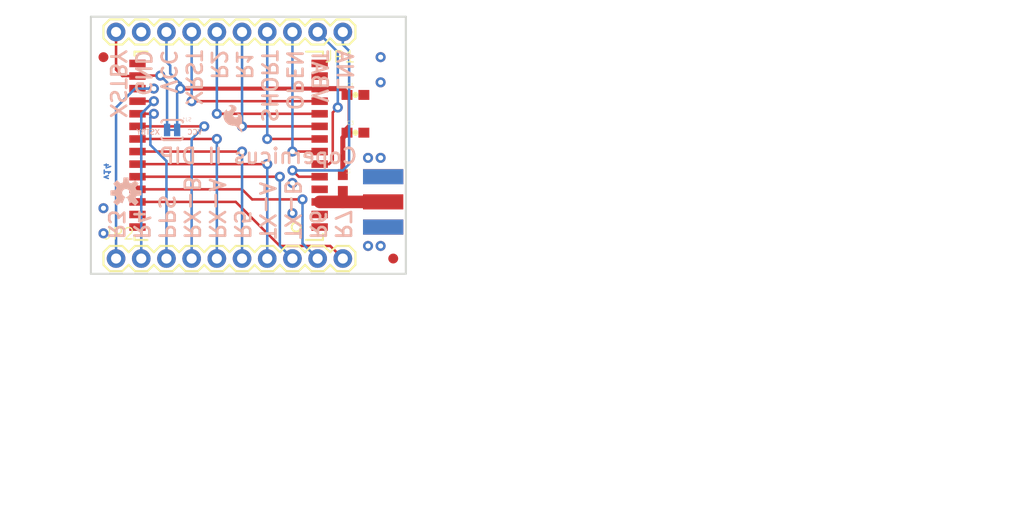
<source format=kicad_pcb>
(kicad_pcb (version 20211014) (generator pcbnew)
  (layers (0 "F.Cu" signal) (31 "B.Cu" signal) (34 "B.Paste" user) (35 "F.Paste" user) (36 "B.SilkS" user "B.Silkscreen") (37 "F.SilkS" user "F.Silkscreen") (38 "B.Mask" user) (39 "F.Mask" user) (44 "Edge.Cuts" user))
  (net 0 "")
  (net 1 "GND")
  (net 2 "VCC")
  (net 3 "RFIN")
  (net 4 "LNA")
  (net 5 "VBAT")
  (net 6 "OPEN")
  (net 7 "SHORT")
  (net 8 "R1")
  (net 9 "R2")
  (net 10 "R7")
  (net 11 "R6")
  (net 12 "TX-B")
  (net 13 "TX-A")
  (net 14 "R5")
  (net 15 "RX-A")
  (net 16 "RX-B")
  (net 17 "PPS")
  (net 18 "R4")
  (net 19 "R3")
  (net 20 "XSTBY")
  (net 21 "XRST")
  (footprint "boardEagle:FIDUCIAL-1X2" (layer "F.Cu") (at 163.1061 116.4336)
    (fp_text reference "U$3" hide)
    (fp_text value "FIDUCIAL1X2" hide)
    (pad "1" smd roundrect (at 0 0) (size 1 1) (layers "F.Cu" "F.Mask") (roundrect_rratio 0.5))
  )
  (footprint "boardEagle:FIDUCIAL-1X2" (layer "F.Cu") (at 133.8961 96.1136)
    (fp_text reference "U$2" hide)
    (fp_text value "FIDUCIAL1X2" hide)
    (pad "1" smd roundrect (at 0 0) (size 1 1) (layers "F.Cu" "F.Mask") (roundrect_rratio 0.5))
  )
  (footprint "boardEagle:0603-CAP" (layer "F.Cu") (at 159.2961 99.9236)
    (fp_text reference "C1" (at -0.889 -0.762) (layer "F.SilkS") (effects (font (size 0.373888 0.373888) (thickness 0.032512)) (justify left bottom)))
    (fp_text value "0.1uF")
    (fp_line (start 0 -0.0305) (end 0 0.0305) (layer "F.SilkS") (width 0.5588))
    (pad "1" smd rect (at -0.85 0) (size 1.1 1) (layers "F.Cu" "F.Paste" "F.Mask") (net 2 "VCC"))
    (pad "2" smd rect (at 0.85 0) (size 1.1 1) (layers "F.Cu" "F.Paste" "F.Mask") (net 1 "GND"))
  )
  (footprint "boardEagle:0603-CAP" (layer "F.Cu") (at 159.2961 103.7336)
    (fp_text reference "C3" (at -0.889 -0.762) (layer "F.SilkS") (effects (font (size 0.373888 0.373888) (thickness 0.032512)) (justify left bottom)))
    (fp_text value "22pF")
    (fp_line (start 0 -0.0305) (end 0 0.0305) (layer "F.SilkS") (width 0.5588))
    (pad "1" smd rect (at -0.85 0) (size 1.1 1) (layers "F.Cu" "F.Paste" "F.Mask") (net 2 "VCC"))
    (pad "2" smd rect (at 0.85 0) (size 1.1 1) (layers "F.Cu" "F.Paste" "F.Mask") (net 1 "GND"))
  )
  (footprint "boardEagle:1X10" (layer "F.Cu") (at 158.0261 93.5736 180)
    (fp_text reference "JP1" (at -1.3462 -1.8288 180) (layer "F.SilkS") (effects (font (size 1.143 1.143) (thickness 0.127)) (justify right top)))
    (fp_text value "")
    (fp_line (start 3.81 0.635) (end 3.175 1.27) (layer "F.SilkS") (width 0.2032))
    (fp_line (start 21.59 0.635) (end 20.955 1.27) (layer "F.SilkS") (width 0.2032))
    (fp_line (start 1.27 -0.635) (end 1.905 -1.27) (layer "F.SilkS") (width 0.2032))
    (fp_line (start 24.13 0.635) (end 23.495 1.27) (layer "F.SilkS") (width 0.2032))
    (fp_line (start 0.635 -1.27) (end 1.27 -0.635) (layer "F.SilkS") (width 0.2032))
    (fp_line (start 1.905 1.27) (end 1.27 0.635) (layer "F.SilkS") (width 0.2032))
    (fp_line (start 3.175 1.27) (end 1.905 1.27) (layer "F.SilkS") (width 0.2032))
    (fp_line (start 11.43 0.635) (end 10.795 1.27) (layer "F.SilkS") (width 0.2032))
    (fp_line (start 19.05 0.635) (end 18.415 1.27) (layer "F.SilkS") (width 0.2032))
    (fp_line (start 1.27 0.635) (end 0.635 1.27) (layer "F.SilkS") (width 0.2032))
    (fp_line (start 13.335 1.27) (end 12.065 1.27) (layer "F.SilkS") (width 0.2032))
    (fp_line (start 3.81 -0.635) (end 4.445 -1.27) (layer "F.SilkS") (width 0.2032))
    (fp_line (start 20.955 1.27) (end 19.685 1.27) (layer "F.SilkS") (width 0.2032))
    (fp_line (start 8.255 -1.27) (end 8.89 -0.635) (layer "F.SilkS") (width 0.2032))
    (fp_line (start 17.145 -1.27) (end 18.415 -1.27) (layer "F.SilkS") (width 0.2032))
    (fp_line (start -1.27 -0.635) (end -1.27 0.635) (layer "F.SilkS") (width 0.2032))
    (fp_line (start 9.525 -1.27) (end 10.795 -1.27) (layer "F.SilkS") (width 0.2032))
    (fp_line (start 8.89 0.635) (end 8.255 1.27) (layer "F.SilkS") (width 0.2032))
    (fp_line (start 10.795 -1.27) (end 11.43 -0.635) (layer "F.SilkS") (width 0.2032))
    (fp_line (start 19.685 -1.27) (end 19.05 -0.635) (layer "F.SilkS") (width 0.2032))
    (fp_line (start 24.13 -0.635) (end 24.13 0.635) (layer "F.SilkS") (width 0.2032))
    (fp_line (start 21.59 0.635) (end 22.225 1.27) (layer "F.SilkS") (width 0.2032))
    (fp_line (start 0.635 1.27) (end -0.635 1.27) (layer "F.SilkS") (width 0.2032))
    (fp_line (start 8.255 1.27) (end 6.985 1.27) (layer "F.SilkS") (width 0.2032))
    (fp_line (start 9.525 1.27) (end 8.89 0.635) (layer "F.SilkS") (width 0.2032))
    (fp_line (start 12.065 -1.27) (end 13.335 -1.27) (layer "F.SilkS") (width 0.2032))
    (fp_line (start 22.225 -1.27) (end 23.495 -1.27) (layer "F.SilkS") (width 0.2032))
    (fp_line (start -0.635 -1.27) (end -1.27 -0.635) (layer "F.SilkS") (width 0.2032))
    (fp_line (start 19.05 0.635) (end 19.685 1.27) (layer "F.SilkS") (width 0.2032))
    (fp_line (start 5.715 -1.27) (end 6.35 -0.635) (layer "F.SilkS") (width 0.2032))
    (fp_line (start 4.445 1.27) (end 3.81 0.635) (layer "F.SilkS") (width 0.2032))
    (fp_line (start 23.495 -1.27) (end 24.13 -0.635) (layer "F.SilkS") (width 0.2032))
    (fp_line (start 13.335 -1.27) (end 13.97 -0.635) (layer "F.SilkS") (width 0.2032))
    (fp_line (start 14.605 -1.27) (end 15.875 -1.27) (layer "F.SilkS") (width 0.2032))
    (fp_line (start 23.495 1.27) (end 22.225 1.27) (layer "F.SilkS") (width 0.2032))
    (fp_line (start 4.445 -1.27) (end 5.715 -1.27) (layer "F.SilkS") (width 0.2032))
    (fp_line (start 10.795 1.27) (end 9.525 1.27) (layer "F.SilkS") (width 0.2032))
    (fp_line (start 15.875 -1.27) (end 16.51 -0.635) (layer "F.SilkS") (width 0.2032))
    (fp_line (start 18.415 1.27) (end 17.145 1.27) (layer "F.SilkS") (width 0.2032))
    (fp_line (start 13.97 0.635) (end 14.605 1.27) (layer "F.SilkS") (width 0.2032))
    (fp_line (start 12.065 1.27) (end 11.43 0.635) (layer "F.SilkS") (width 0.2032))
    (fp_line (start 20.955 -1.27) (end 21.59 -0.635) (layer "F.SilkS") (width 0.2032))
    (fp_line (start -0.635 -1.27) (end 0.635 -1.27) (layer "F.SilkS") (width 0.2032))
    (fp_line (start 6.985 -1.27) (end 8.255 -1.27) (layer "F.SilkS") (width 0.2032))
    (fp_line (start 22.225 -1.27) (end 21.59 -0.635) (layer "F.SilkS") (width 0.2032))
    (fp_line (start 11.43 -0.635) (end 12.065 -1.27) (layer "F.SilkS") (width 0.2032))
    (fp_line (start 16.51 0.635) (end 15.875 1.27) (layer "F.SilkS") (width 0.2032))
    (fp_line (start 6.35 0.635) (end 5.715 1.27) (layer "F.SilkS") (width 0.2032))
    (fp_line (start 17.145 -1.27) (end 16.51 -0.635) (layer "F.SilkS") (width 0.2032))
    (fp_line (start -1.27 0.635) (end -0.635 1.27) (layer "F.SilkS") (width 0.2032))
    (fp_line (start 8.89 -0.635) (end 9.525 -1.27) (layer "F.SilkS") (width 0.2032))
    (fp_line (start 15.875 1.27) (end 14.605 1.27) (layer "F.SilkS") (width 0.2032))
    (fp_line (start 14.605 -1.27) (end 13.97 -0.635) (layer "F.SilkS") (width 0.2032))
    (fp_line (start 19.685 -1.27) (end 20.955 -1.27) (layer "F.SilkS") (width 0.2032))
    (fp_line (start 16.51 0.635) (end 17.145 1.27) (layer "F.SilkS") (width 0.2032))
    (fp_line (start 18.415 -1.27) (end 19.05 -0.635) (layer "F.SilkS") (width 0.2032))
    (fp_line (start 1.905 -1.27) (end 3.175 -1.27) (layer "F.SilkS") (width 0.2032))
    (fp_line (start 3.175 -1.27) (end 3.81 -0.635) (layer "F.SilkS") (width 0.2032))
    (fp_line (start 13.97 0.635) (end 13.335 1.27) (layer "F.SilkS") (width 0.2032))
    (fp_line (start 6.985 -1.27) (end 6.35 -0.635) (layer "F.SilkS") (width 0.2032))
    (fp_line (start 5.715 1.27) (end 4.445 1.27) (layer "F.SilkS") (width 0.2032))
    (fp_line (start 6.35 0.635) (end 6.985 1.27) (layer "F.SilkS") (width 0.2032))
    (pad "1" thru_hole circle (at 0 0 270) (size 1.8796 1.8796) (drill 1.016) (layers *.Cu *.Mask) (net 4 "LNA"))
    (pad "2" thru_hole circle (at 2.54 0 270) (size 1.8796 1.8796) (drill 1.016) (layers *.Cu *.Mask) (net 5 "VBAT"))
    (pad "3" thru_hole circle (at 5.08 0 270) (size 1.8796 1.8796) (drill 1.016) (layers *.Cu *.Mask) (net 6 "OPEN"))
    (pad "4" thru_hole circle (at 7.62 0 270) (size 1.8796 1.8796) (drill 1.016) (layers *.Cu *.Mask) (net 7 "SHORT"))
    (pad "5" thru_hole circle (at 10.16 0 270) (size 1.8796 1.8796) (drill 1.016) (layers *.Cu *.Mask) (net 8 "R1"))
    (pad "6" thru_hole circle (at 12.7 0 270) (size 1.8796 1.8796) (drill 1.016) (layers *.Cu *.Mask) (net 9 "R2"))
    (pad "7" thru_hole circle (at 15.24 0 270) (size 1.8796 1.8796) (drill 1.016) (layers *.Cu *.Mask) (net 21 "XRST"))
    (pad "8" thru_hole circle (at 17.78 0 270) (size 1.8796 1.8796) (drill 1.016) (layers *.Cu *.Mask) (net 2 "VCC"))
    (pad "9" thru_hole circle (at 20.32 0 270) (size 1.8796 1.8796) (drill 1.016) (layers *.Cu *.Mask) (net 1 "GND"))
    (pad "10" thru_hole circle (at 22.86 0 270) (size 1.8796 1.8796) (drill 1.016) (layers *.Cu *.Mask) (net 20 "XSTBY"))
  )
  (footprint "boardEagle:CREATIVE_COMMONS" (layer "F.Cu") (at 143.7861 140.8336)
    (fp_text reference "FRAME1" hide)
    (fp_text value "FRAME-LETTER" hide)
  )
  (footprint "boardEagle:SMA_EDGE" (layer "F.Cu") (at 162.0901 108.1786 -90)
    (fp_text reference "JP3" hide)
    (fp_text value "SMA_EDGE" hide)
    (pad "GND@0" smd rect (at 0 0 270) (size 1.524 4.064) (layers "F.Cu" "F.Mask") (net 1 "GND"))
    (pad "GND@1" smd rect (at 5.08 0 270) (size 1.524 4.064) (layers "F.Cu" "F.Mask") (net 1 "GND"))
    (pad "GND@2" smd rect (at 0 0 270) (size 1.524 4.064) (layers "B.Cu" "B.Paste" "B.Mask") (net 1 "GND"))
    (pad "GND@3" smd rect (at 5.08 0 270) (size 1.524 4.064) (layers "B.Cu" "B.Paste" "B.Mask") (net 1 "GND"))
    (pad "SIG" smd rect (at 2.54 0 270) (size 1.524 4.064) (layers "F.Cu" "F.Mask") (net 3 "RFIN"))
  )
  (footprint "boardEagle:1X10" (layer "F.Cu") (at 135.1661 116.4336)
    (fp_text reference "JP2" (at -1.3462 -1.8288) (layer "F.SilkS") (effects (font (size 1.143 1.143) (thickness 0.127)) (justify left bottom)))
    (fp_text value "")
    (fp_line (start 21.59 0.635) (end 20.955 1.27) (layer "F.SilkS") (width 0.2032))
    (fp_line (start 1.27 0.635) (end 0.635 1.27) (layer "F.SilkS") (width 0.2032))
    (fp_line (start 6.35 0.635) (end 5.715 1.27) (layer "F.SilkS") (width 0.2032))
    (fp_line (start 0.635 1.27) (end -0.635 1.27) (layer "F.SilkS") (width 0.2032))
    (fp_line (start 11.43 -0.635) (end 12.065 -1.27) (layer "F.SilkS") (width 0.2032))
    (fp_line (start 1.905 1.27) (end 1.27 0.635) (layer "F.SilkS") (width 0.2032))
    (fp_line (start 19.05 0.635) (end 19.685 1.27) (layer "F.SilkS") (width 0.2032))
    (fp_line (start 1.27 -0.635) (end 1.905 -1.27) (layer "F.SilkS") (width 0.2032))
    (fp_line (start 13.335 1.27) (end 12.065 1.27) (layer "F.SilkS") (width 0.2032))
    (fp_line (start 14.605 -1.27) (end 13.97 -0.635) (layer "F.SilkS") (width 0.2032))
    (fp_line (start 12.065 1.27) (end 11.43 0.635) (layer "F.SilkS") (width 0.2032))
    (fp_line (start 13.97 0.635) (end 13.335 1.27) (layer "F.SilkS") (width 0.2032))
    (fp_line (start 17.145 -1.27) (end 18.415 -1.27) (layer "F.SilkS") (width 0.2032))
    (fp_line (start 1.905 -1.27) (end 3.175 -1.27) (layer "F.SilkS") (width 0.2032))
    (fp_line (start 3.175 1.27) (end 1.905 1.27) (layer "F.SilkS") (width 0.2032))
    (fp_line (start 12.065 -1.27) (end 13.335 -1.27) (layer "F.SilkS") (width 0.2032))
    (fp_line (start 15.875 1.27) (end 14.605 1.27) (layer "F.SilkS") (width 0.2032))
    (fp_line (start 19.685 -1.27) (end 20.955 -1.27) (layer "F.SilkS") (width 0.2032))
    (fp_line (start 13.97 0.635) (end 14.605 1.27) (layer "F.SilkS") (width 0.2032))
    (fp_line (start 3.81 -0.635) (end 4.445 -1.27) (layer "F.SilkS") (width 0.2032))
    (fp_line (start 22.225 -1.27) (end 23.495 -1.27) (layer "F.SilkS") (width 0.2032))
    (fp_line (start 13.335 -1.27) (end 13.97 -0.635) (layer "F.SilkS") (width 0.2032))
    (fp_line (start 16.51 0.635) (end 17.145 1.27) (layer "F.SilkS") (width 0.2032))
    (fp_line (start 9.525 1.27) (end 8.89 0.635) (layer "F.SilkS") (width 0.2032))
    (fp_line (start 23.495 1.27) (end 22.225 1.27) (layer "F.SilkS") (width 0.2032))
    (fp_line (start 3.175 -1.27) (end 3.81 -0.635) (layer "F.SilkS") (width 0.2032))
    (fp_line (start 10.795 1.27) (end 9.525 1.27) (layer "F.SilkS") (width 0.2032))
    (fp_line (start 8.89 0.635) (end 8.255 1.27) (layer "F.SilkS") (width 0.2032))
    (fp_line (start 22.225 -1.27) (end 21.59 -0.635) (layer "F.SilkS") (width 0.2032))
    (fp_line (start 18.415 -1.27) (end 19.05 -0.635) (layer "F.SilkS") (width 0.2032))
    (fp_line (start 23.495 -1.27) (end 24.13 -0.635) (layer "F.SilkS") (width 0.2032))
    (fp_line (start 9.525 -1.27) (end 10.795 -1.27) (layer "F.SilkS") (width 0.2032))
    (fp_line (start 4.445 1.27) (end 3.81 0.635) (layer "F.SilkS") (width 0.2032))
    (fp_line (start 5.715 1.27) (end 4.445 1.27) (layer "F.SilkS") (width 0.2032))
    (fp_line (start 19.685 -1.27) (end 19.05 -0.635) (layer "F.SilkS") (width 0.2032))
    (fp_line (start 5.715 -1.27) (end 6.35 -0.635) (layer "F.SilkS") (width 0.2032))
    (fp_line (start 8.255 -1.27) (end 8.89 -0.635) (layer "F.SilkS") (width 0.2032))
    (fp_line (start 11.43 0.635) (end 10.795 1.27) (layer "F.SilkS") (width 0.2032))
    (fp_line (start 17.145 -1.27) (end 16.51 -0.635) (layer "F.SilkS") (width 0.2032))
    (fp_line (start 19.05 0.635) (end 18.415 1.27) (layer "F.SilkS") (width 0.2032))
    (fp_line (start 8.89 -0.635) (end 9.525 -1.27) (layer "F.SilkS") (width 0.2032))
    (fp_line (start 24.13 -0.635) (end 24.13 0.635) (layer "F.SilkS") (width 0.2032))
    (fp_line (start -1.27 0.635) (end -0.635 1.27) (layer "F.SilkS") (width 0.2032))
    (fp_line (start 4.445 -1.27) (end 5.715 -1.27) (layer "F.SilkS") (width 0.2032))
    (fp_line (start 20.955 1.27) (end 19.685 1.27) (layer "F.SilkS") (width 0.2032))
    (fp_line (start 3.81 0.635) (end 3.175 1.27) (layer "F.SilkS") (width 0.2032))
    (fp_line (start -0.635 -1.27) (end 0.635 -1.27) (layer "F.SilkS") (width 0.2032))
    (fp_line (start -0.635 -1.27) (end -1.27 -0.635) (layer "F.SilkS") (width 0.2032))
    (fp_line (start 0.635 -1.27) (end 1.27 -0.635) (layer "F.SilkS") (width 0.2032))
    (fp_line (start -1.27 -0.635) (end -1.27 0.635) (layer "F.SilkS") (width 0.2032))
    (fp_line (start 15.875 -1.27) (end 16.51 -0.635) (layer "F.SilkS") (width 0.2032))
    (fp_line (start 24.13 0.635) (end 23.495 1.27) (layer "F.SilkS") (width 0.2032))
    (fp_line (start 10.795 -1.27) (end 11.43 -0.635) (layer "F.SilkS") (width 0.2032))
    (fp_line (start 6.985 -1.27) (end 6.35 -0.635) (layer "F.SilkS") (width 0.2032))
    (fp_line (start 14.605 -1.27) (end 15.875 -1.27) (layer "F.SilkS") (width 0.2032))
    (fp_line (start 21.59 0.635) (end 22.225 1.27) (layer "F.SilkS") (width 0.2032))
    (fp_line (start 18.415 1.27) (end 17.145 1.27) (layer "F.SilkS") (width 0.2032))
    (fp_line (start 6.985 -1.27) (end 8.255 -1.27) (layer "F.SilkS") (width 0.2032))
    (fp_line (start 16.51 0.635) (end 15.875 1.27) (layer "F.SilkS") (width 0.2032))
    (fp_line (start 6.35 0.635) (end 6.985 1.27) (layer "F.SilkS") (width 0.2032))
    (fp_line (start 8.255 1.27) (end 6.985 1.27) (layer "F.SilkS") (width 0.2032))
    (fp_line (start 20.955 -1.27) (end 21.59 -0.635) (layer "F.SilkS") (width 0.2032))
    (pad "1" thru_hole circle (at 0 0 90) (size 1.8796 1.8796) (drill 1.016) (layers *.Cu *.Mask) (net 19 "R3"))
    (pad "2" thru_hole circle (at 2.54 0 90) (size 1.8796 1.8796) (drill 1.016) (layers *.Cu *.Mask) (net 18 "R4"))
    (pad "3" thru_hole circle (at 5.08 0 90) (size 1.8796 1.8796) (drill 1.016) (layers *.Cu *.Mask) (net 17 "PPS"))
    (pad "4" thru_hole circle (at 7.62 0 90) (size 1.8796 1.8796) (drill 1.016) (layers *.Cu *.Mask) (net 16 "RX-B"))
    (pad "5" thru_hole circle (at 10.16 0 90) (size 1.8796 1.8796) (drill 1.016) (layers *.Cu *.Mask) (net 15 "RX-A"))
    (pad "6" thru_hole circle (at 12.7 0 90) (size 1.8796 1.8796) (drill 1.016) (layers *.Cu *.Mask) (net 14 "R5"))
    (pad "7" thru_hole circle (at 15.24 0 90) (size 1.8796 1.8796) (drill 1.016) (layers *.Cu *.Mask) (net 13 "TX-A"))
    (pad "8" thru_hole circle (at 17.78 0 90) (size 1.8796 1.8796) (drill 1.016) (layers *.Cu *.Mask) (net 12 "TX-B"))
    (pad "9" thru_hole circle (at 20.32 0 90) (size 1.8796 1.8796) (drill 1.016) (layers *.Cu *.Mask) (net 11 "R6"))
    (pad "10" thru_hole circle (at 22.86 0 90) (size 1.8796 1.8796) (drill 1.016) (layers *.Cu *.Mask) (net 10 "R7"))
  )
  (footprint "boardEagle:0603" (layer "F.Cu") (at 158.0261 108.8136 -90)
    (fp_text reference "L1" (at -0.889 -0.762 -90) (layer "F.SilkS") (effects (font (size 0.373888 0.373888) (thickness 0.032512)) (justify left bottom)))
    (fp_text value "33nH")
    (pad "1" smd rect (at -0.85 0 270) (size 1.1 1) (layers "F.Cu" "F.Paste" "F.Mask") (net 2 "VCC"))
    (pad "2" smd rect (at 0.85 0 270) (size 1.1 1) (layers "F.Cu" "F.Paste" "F.Mask") (net 3 "RFIN"))
  )
  (footprint "boardEagle:COPERNICUS" (layer "F.Cu") (at 137.3251 113.2586 90)
    (fp_text reference "U1" hide)
    (fp_text value "COPERNICUS" hide)
    (fp_line (start 17.7 18.7) (end 17.7 17) (layer "F.SilkS") (width 0.2032))
    (fp_line (start -1.3 -0.3) (end -1.3 1) (layer "F.SilkS") (width 0.2032))
    (fp_line (start 17.7 -0.3) (end 17.3 -0.3) (layer "F.SilkS") (width 0.2032))
    (fp_line (start -1.3 18.7) (end -0.7 18.7) (layer "F.SilkS") (width 0.2032))
    (fp_line (start -0.8 -0.3) (end -1.3 -0.3) (layer "F.SilkS") (width 0.2032))
    (fp_line (start -1.3 17) (end -1.3 18.7) (layer "F.SilkS") (width 0.2032))
    (fp_line (start 17.3 18.7) (end 17.7 18.7) (layer "F.SilkS") (width 0.2032))
    (fp_line (start 17.7 1) (end 17.7 -0.3) (layer "F.SilkS") (width 0.2032))
    (fp_circle (center 0 16) (end 0.457 16) (layer "F.SilkS") (width 0.2032) (fill none))
    (pad "1" smd rect (at 0 18.3642 270) (size 0.762 1.651) (layers "F.Cu" "F.Mask") (net 1 "GND"))
    (pad "2" smd rect (at 1.27 18.3642 270) (size 0.762 1.651) (layers "F.Cu" "F.Mask") (net 1 "GND"))
    (pad "3" smd rect (at 2.54 18.3642 270) (size 0.762 1.651) (layers "F.Cu" "F.Mask") (net 3 "RFIN"))
    (pad "4" smd rect (at 3.81 18.3642 270) (size 0.762 1.651) (layers "F.Cu" "F.Mask") (net 1 "GND"))
    (pad "5" smd rect (at 5.08 18.3642 270) (size 0.762 1.651) (layers "F.Cu" "F.Mask") (net 4 "LNA"))
    (pad "6" smd rect (at 6.35 18.3642 270) (size 0.762 1.651) (layers "F.Cu" "F.Mask") (net 5 "VBAT"))
    (pad "7" smd rect (at 7.62 18.3642 270) (size 0.762 1.651) (layers "F.Cu" "F.Mask") (net 6 "OPEN"))
    (pad "8" smd rect (at 8.89 18.3642 270) (size 0.762 1.651) (layers "F.Cu" "F.Mask") (net 7 "SHORT"))
    (pad "9" smd rect (at 10.16 18.3642 270) (size 0.762 1.651) (layers "F.Cu" "F.Mask") (net 8 "R1"))
    (pad "10" smd rect (at 11.43 18.3642 270) (size 0.762 1.651) (layers "F.Cu" "F.Mask") (net 9 "R2"))
    (pad "11" smd rect (at 12.7 18.3642 270) (size 0.762 1.651) (layers "F.Cu" "F.Mask") (net 21 "XRST"))
    (pad "12" smd rect (at 13.97 18.3642 270) (size 0.762 1.651) (layers "F.Cu" "F.Mask") (net 2 "VCC"))
    (pad "13" smd rect (at 15.24 18.3642 270) (size 0.762 1.651) (layers "F.Cu" "F.Mask") (net 1 "GND"))
    (pad "14" smd rect (at 16.51 18.3642 270) (size 0.762 1.651) (layers "F.Cu" "F.Mask") (net 1 "GND"))
    (pad "15" smd rect (at 16.51 0 270) (size 0.762 1.651) (layers "F.Cu" "F.Mask") (net 1 "GND"))
    (pad "16" smd rect (at 15.24 0 270) (size 0.762 1.651) (layers "F.Cu" "F.Mask") (net 20 "XSTBY"))
    (pad "17" smd rect (at 13.97 0 270) (size 0.762 1.651) (layers "F.Cu" "F.Mask") (net 19 "R3"))
    (pad "18" smd rect (at 12.7 0 270) (size 0.762 1.651) (layers "F.Cu" "F.Mask") (net 18 "R4"))
    (pad "19" smd rect (at 11.43 0 270) (size 0.762 1.651) (layers "F.Cu" "F.Mask") (net 17 "PPS"))
    (pad "20" smd rect (at 10.16 0 270) (size 0.762 1.651) (layers "F.Cu" "F.Mask") (net 16 "RX-B"))
    (pad "21" smd rect (at 8.89 0 270) (size 0.762 1.651) (layers "F.Cu" "F.Mask") (net 15 "RX-A"))
    (pad "22" smd rect (at 7.62 0 270) (size 0.762 1.651) (layers "F.Cu" "F.Mask") (net 14 "R5"))
    (pad "23" smd rect (at 6.35 0 270) (size 0.762 1.651) (layers "F.Cu" "F.Mask") (net 13 "TX-A"))
    (pad "24" smd rect (at 5.08 0 270) (size 0.762 1.651) (layers "F.Cu" "F.Mask") (net 12 "TX-B"))
    (pad "25" smd rect (at 3.81 0 270) (size 0.762 1.651) (layers "F.Cu" "F.Mask") (net 11 "R6"))
    (pad "26" smd rect (at 2.54 0 270) (size 0.762 1.651) (layers "F.Cu" "F.Mask") (net 10 "R7"))
    (pad "27" smd rect (at 1.27 0 270) (size 0.762 1.651) (layers "F.Cu" "F.Mask") (net 1 "GND"))
    (pad "28" smd rect (at 0 0 270) (size 0.762 1.651) (layers "F.Cu" "F.Mask") (net 1 "GND"))
  )
  (footprint "boardEagle:SFE-LOGO-FLAME" (layer "B.Cu") (at 147.8661 103.7336 180)
    (fp_text reference "JP4" hide)
    (fp_text value "LOGO-SFESK" hide)
    (fp_poly (pts (xy 1.126002 2.808203) (xy 1.215449 2.785829) (xy 1.228477 2.780783) (xy 1.240149 2.774875) (xy 1.25686 2.766576) (xy 1.275552 2.759834) (xy 1.371694 2.7026) (xy 1.3793 2.7026) (xy 1.3793 2.6772) (xy 1.306833 2.6772) (xy 1.208418 2.657914) (xy 1.074855 2.495286) (xy 1.079365 2.436825) (xy 1.12809 2.341869) (xy 1.204666 2.265196) (xy 1.294069 2.200638) (xy 1.369348 2.168824) (xy 1.450737 2.171632) (xy 1.458864 2.174186) (xy 1.466257 2.177389) (xy 1.530514 2.236956) (xy 1.5368 2.259812) (xy 1.5368 2.377938) (xy 1.763707 2.148127) (xy 1.868186 1.856841) (xy 1.871603 1.856894) (xy 1.87806 1.650435) (xy 1.848857 1.45742) (xy 1.785308 1.272842) (xy 1.6663 1.061578) (xy 1.6663 1.080581) (xy 1.378131 0.80901) (xy 0.982239 0.6985) (xy 0.753005 0.6985) (xy 0.716201 0.692046) (xy 0.681776 0.679592) (xy 0.496322 0.541784) (xy -0.0126 -0.03091) (xy -0.0126 1.52077) (xy 0.060004 1.761967) (xy 0.168295 1.865489) (xy 0.307122 1.917522) (xy 0.4039 1.925089) (xy 0.499384 1.917623) (xy 0.55991 1.908099) (xy 0.557788 1.884433) (xy 0.522216 1.885242) (xy 0.501784 1.876141) (xy 0.420519 1.817154) (xy 0.400722 1.79067) (xy 0.390395 1.7285) (xy 0.400905 1.665229) (xy 0.421405 1.625174) (xy 0.452343 1.592685) (xy 0.546535 1.54355) (xy 0.652229 1.531742) (xy 0.742768 1.550084) (xy 0.82422 1.589656) (xy 0.92203 1.754659) (xy 0.907706 1.848844) (xy 0.850914 1.930401) (xy 0.584707 2.263237) (xy 0.561667 2.510855) (xy 0.627495 2.621556) (xy 0.629042 2.623103) (xy 0.778901 2.74712) (xy 1.032676 2.817064)) (layer "B.SilkS") (width 0) (fill solid))
  )
  (footprint "boardEagle:SJ_2S-TRACE" (layer "B.Cu") (at 140.8161 103.4636 180)
    (fp_text reference "SJ1" (at -0.9525 1.27) (layer "B.SilkS") (effects (font (size 0.373888 0.373888) (thickness 0.032512)) (justify right top mirror)))
    (fp_text value "SOLDERJUMPERTRACE")
    (fp_line (start -0.381 0) (end 0.381 0) (layer "B.Cu") (width 0.2032))
    (fp_line (start 0.8255 -1.016) (end -0.8255 -1.016) (layer "B.SilkS") (width 0.2032))
    (fp_line (start -0.8255 1.016) (end 0.8255 1.016) (layer "B.SilkS") (width 0.2032))
    (fp_arc (start 1.0795 0.762) (mid 1.005105 0.941605) (end 0.8255 1.016) (layer "B.SilkS") (width 0.2032))
    (fp_arc (start -0.8255 1.016) (mid -1.005105 0.941605) (end -1.0795 0.762) (layer "B.SilkS") (width 0.2032))
    (fp_arc (start -1.0795 -0.762) (mid -1.005105 -0.941605) (end -0.8255 -1.016) (layer "B.SilkS") (width 0.2032))
    (fp_arc (start 0.8255 -1.016) (mid 1.005105 -0.941605) (end 1.0795 -0.762) (layer "B.SilkS") (width 0.2032))
    (pad "1" smd rect (at -0.508 0 180) (size 0.635 1.27) (layers "B.Cu" "B.Mask") (net 2 "VCC"))
    (pad "2" smd rect (at 0.508 0 180) (size 0.635 1.27) (layers "B.Cu" "B.Mask") (net 20 "XSTBY"))
  )
  (footprint "boardEagle:OSHW-LOGO-S" (layer "B.Cu") (at 136.1661 109.8136 180)
    (fp_text reference "U$1" hide)
    (fp_text value "OSHW-LOGOS" hide)
    (fp_poly (pts (xy 0.301647 1.061351) (xy 0.42347 1.022344) (xy 0.537177 0.963769) (xy 0.92862 1.282946) (xy 1.282946 0.92862) (xy 0.961035 0.533823) (xy 1.057046 0.302084) (xy 1.5638 0.250561) (xy 1.5638 -0.250561) (xy 1.057046 -0.302084) (xy 0.961035 -0.533823) (xy 1.282946 -0.92862) (xy 0.92862 -1.282946) (xy 0.537177 -0.96377) (xy 0.356601 -1.056794) (xy 0.088679 -0.410073) (xy 0.326262 -0.2176) (xy 0.373649 -0.121468) (xy 0.392729 -0.010339) (xy 0.379464 0.101634) (xy 0.334947 0.205229) (xy 0.262842 0.291918) (xy 0.169087 0.354561) (xy 0.061406 0.387999) (xy -0.051342 0.38948) (xy -0.159868 0.358881) (xy -0.255234 0.298724) (xy -0.329589 0.213962) (xy -0.376813 0.111569) (xy -0.392176 0.005767) (xy -0.322923 -0.222565) (xy -0.249312 -0.303773) (xy 0.091677 -0.5081) (xy -0.12929 -0.5081) (xy -0.355332 -1.053732) (xy -0.506597 -0.983577) (xy -0.538922 -0.965192) (xy -0.92862 -1.282946) (xy -1.282946 -0.92862) (xy -0.961035 -0.533823) (xy -1.057046 -0.302084) (xy -1.5638 -0.250561) (xy -1.5638 0.250561) (xy -1.057046 0.302084) (xy -0.961035 0.533823) (xy -1.282946 0.92862) (xy -0.92862 1.282946) (xy -0.533823 0.961035) (xy -0.302084 1.057046) (xy -0.250561 1.5638) (xy 0.250561 1.5638)) (layer "B.SilkS") (width 0) (fill solid))
  )
  (gr_line (start 164.3761 92.0336) (end 132.6261 92.0336) (layer "Edge.Cuts") (width 0.2032))
  (gr_line (start 164.3761 117.9736) (end 164.3761 92.0336) (layer "Edge.Cuts") (width 0.2032))
  (gr_line (start 132.6261 117.9736) (end 164.3761 117.9736) (layer "Edge.Cuts") (width 0.2032))
  (gr_line (start 132.6261 92.0336) (end 132.6261 117.9736) (layer "Edge.Cuts") (width 0.2032))
  (gr_text "v14" (at 133.8961 108.5436 -90) (layer "B.Cu") (effects (font (size 0.6096 0.6096) (thickness 0.2032)) (justify left bottom mirror)))
  (gr_text "Copernicus II DIP" (at 159.6261 106.9736) (layer "B.SilkS") (effects (font (size 1.5113 1.5113) (thickness 0.2667)) (justify left bottom mirror)))
  (gr_text "LNA" (at 159.1011 95.2276 -90) (layer "B.SilkS") (effects (font (size 1.5113 1.5113) (thickness 0.2667)) (justify right top mirror)))
  (gr_text "VCC" (at 143.8961 103.9736) (layer "B.SilkS") (effects (font (size 0.51816 0.51816) (thickness 0.09144)) (justify left bottom mirror)))
  (gr_text "RX-A" (at 144.4371 114.6556 -90) (layer "B.SilkS") (effects (font (size 1.5113 1.5113) (thickness 0.2667)) (justify left bottom mirror)))
  (gr_text "VCC" (at 141.3211 95.2276 -90) (layer "B.SilkS") (effects (font (size 1.5113 1.5113) (thickness 0.2667)) (justify right top mirror)))
  (gr_text "TX-B" (at 152.0571 114.6556 -90) (layer "B.SilkS") (effects (font (size 1.5113 1.5113) (thickness 0.2667)) (justify left bottom mirror)))
  (gr_text "R2" (at 146.4011 95.2276 -90) (layer "B.SilkS") (effects (font (size 1.5113 1.5113) (thickness 0.2667)) (justify right top mirror)))
  (gr_text "VBAT" (at 156.5611 95.2276 -90) (layer "B.SilkS") (effects (font (size 1.5113 1.5113) (thickness 0.2667)) (justify right top mirror)))
  (gr_text "RX-B" (at 141.8971 114.6556 -90) (layer "B.SilkS") (effects (font (size 1.5113 1.5113) (thickness 0.2667)) (justify left bottom mirror)))
  (gr_text "GND" (at 138.7811 95.2276 -90) (layer "B.SilkS") (effects (font (size 1.5113 1.5113) (thickness 0.2667)) (justify right top mirror)))
  (gr_text "TX-A" (at 149.5171 114.6556 -90) (layer "B.SilkS") (effects (font (size 1.5113 1.5113) (thickness 0.2667)) (justify left bottom mirror)))
  (gr_text "SHORT" (at 151.4811 95.2276 -90) (layer "B.SilkS") (effects (font (size 1.5113 1.5113) (thickness 0.2667)) (justify right top mirror)))
  (gr_text "R4" (at 136.8171 114.6556 -90) (layer "B.SilkS") (effects (font (size 1.5113 1.5113) (thickness 0.2667)) (justify left bottom mirror)))
  (gr_text "XRST" (at 143.8611 95.2276 -90) (layer "B.SilkS") (effects (font (size 1.5113 1.5113) (thickness 0.2667)) (justify right top mirror)))
  (gr_text "XSTBY" (at 136.2411 95.2276 -90) (layer "B.SilkS") (effects (font (size 1.5113 1.5113) (thickness 0.2667)) (justify right top mirror)))
  (gr_text "R3" (at 134.2771 114.6556 -90) (layer "B.SilkS") (effects (font (size 1.5113 1.5113) (thickness 0.2667)) (justify left bottom mirror)))
  (gr_text "R7" (at 157.1371 114.6556 -90) (layer "B.SilkS") (effects (font (size 1.5113 1.5113) (thickness 0.2667)) (justify left bottom mirror)))
  (gr_text "OPEN" (at 154.0211 95.2276 -90) (layer "B.SilkS") (effects (font (size 1.5113 1.5113) (thickness 0.2667)) (justify right top mirror)))
  (gr_text "PPS" (at 139.3571 114.6556 -90) (layer "B.SilkS") (effects (font (size 1.5113 1.5113) (thickness 0.2667)) (justify left bottom mirror)))
  (gr_text "R1" (at 148.9411 95.2276 -90) (layer "B.SilkS") (effects (font (size 1.5113 1.5113) (thickness 0.2667)) (justify right top mirror)))
  (gr_text "R5" (at 146.9771 114.6556 -90) (layer "B.SilkS") (effects (font (size 1.5113 1.5113) (thickness 0.2667)) (justify left bottom mirror)))
  (gr_text "XSTBY" (at 139.6261 103.9736) (layer "B.SilkS") (effects (font (size 0.51816 0.51816) (thickness 0.09144)) (justify left bottom mirror)))
  (gr_text "R6" (at 154.5971 114.6556 -90) (layer "B.SilkS") (effects (font (size 1.5113 1.5113) (thickness 0.2667)) (justify left bottom mirror)))
  (via (at 133.8961 113.8936) (size 1.016) (drill 0.508) (layers "F.Cu" "B.Cu") (net 1))
  (via (at 161.8361 106.2736) (size 1.016) (drill 0.508) (layers "F.Cu" "B.Cu") (net 1))
  (via (at 161.8361 98.6536) (size 1.016) (drill 0.508) (layers "F.Cu" "B.Cu") (net 1))
  (via (at 161.8361 96.1136) (size 1.016) (drill 0.508) (layers "F.Cu" "B.Cu") (net 1))
  (via (at 160.5661 106.2736) (size 1.016) (drill 0.508) (layers "F.Cu" "B.Cu") (net 1))
  (via (at 133.8961 111.3536) (size 1.016) (drill 0.508) (layers "F.Cu" "B.Cu") (net 1))
  (via (at 160.5661 115.1636) (size 1.016) (drill 0.508) (layers "F.Cu" "B.Cu") (net 1))
  (via (at 152.9461 108.8136) (size 1.016) (drill 0.508) (layers "F.Cu" "B.Cu") (net 1))
  (via (at 161.8361 115.1636) (size 1.016) (drill 0.508) (layers "F.Cu" "B.Cu") (net 1))
  (via (at 152.9461 111.8616) (size 1.016) (drill 0.508) (layers "F.Cu" "B.Cu") (net 1))
  (segment (start 158.5341 103.7336) (end 158.0261 104.2416) (width 0.508) (layer "F.Cu") (net 2))
  (segment (start 158.6461 100.0356) (end 158.6611 100.0506) (width 0.508) (layer "F.Cu") (net 2))
  (segment (start 158.0261 104.0036) (end 158.0261 103.5736) (width 0.254) (layer "F.Cu") (net 2))
  (segment (start 158.0261 104.2416) (end 158.0261 107.9636) (width 0.508) (layer "F.Cu") (net 2))
  (segment (start 158.4461 103.7336) (end 158.2961 103.7336) (width 0.254) (layer "F.Cu") (net 2))
  (segment (start 155.6893 99.2886) (end 158.0261 99.2886) (width 0.508) (layer "F.Cu") (net 2))
  (segment (start 158.4461 99.9236) (end 158.6461 100.0356) (width 0.508) (layer "F.Cu") (net 2))
  (segment (start 158.6261 100.1036) (end 158.4461 99.9236) (width 0.254) (layer "F.Cu") (net 2))
  (segment (start 158.2961 103.7336) (end 158.0261 104.0036) (width 0.254) (layer "F.Cu") (net 2))
  (segment (start 158.6611 100.0506) (end 158.6461 100.0656) (width 0.508) (layer "F.Cu") (net 2))
  (segment (start 158.6261 102.9736) (end 158.6261 100.1036) (width 0.254) (layer "F.Cu") (net 2))
  (segment (start 158.6611 99.9236) (end 158.4461 99.9236) (width 0.508) (layer "F.Cu") (net 2))
  (segment (start 158.0261 99.2886) (end 158.6611 99.9236) (width 0.508) (layer "F.Cu") (net 2))
  (segment (start 158.0261 103.5736) (end 158.6261 102.9736) (width 0.254) (layer "F.Cu") (net 2))
  (segment (start 158.4461 103.7336) (end 158.5341 103.7336) (width 0.508) (layer "F.Cu") (net 2))
  (segment (start 141.6431 99.2886) (end 155.6893 99.2886) (width 0.4064) (layer "F.Cu") (net 2))
  (via (at 141.6431 99.2886) (size 1.016) (drill 0.508) (layers "F.Cu" "B.Cu") (net 2))
  (segment (start 140.6261 96.9736) (end 140.6261 97.7636) (width 0.254) (layer "B.Cu") (net 2))
  (segment (start 140.2461 96.5936) (end 140.6261 96.9736) (width 0.254) (layer "B.Cu") (net 2))
  (segment (start 140.6261 97.7636) (end 141.6431 98.7806) (width 0.254) (layer "B.Cu") (net 2))
  (segment (start 141.3241 99.6076) (end 141.6431 99.2886) (width 0.254) (layer "B.Cu") (net 2))
  (segment (start 140.2461 93.5736) (end 140.2461 96.5936) (width 0.254) (layer "B.Cu") (net 2))
  (segment (start 141.3241 103.4636) (end 141.3241 99.6076) (width 0.254) (layer "B.Cu") (net 2))
  (segment (start 141.6431 99.2886) (end 141.6431 98.7806) (width 0.4064) (layer "B.Cu") (net 2))
  (segment (start 158.0261 110.7186) (end 158.0261 109.6636) (width 0.508) (layer "F.Cu") (net 3))
  (segment (start 155.6893 110.7186) (end 158.0261 110.7186) (width 1.27) (layer "F.Cu") (net 3))
  (segment (start 158.0261 110.7186) (end 162.0901 110.7186) (width 1.27) (layer "F.Cu") (net 3))
  (segment (start 158.0261 110.7186) (end 158.0261 110.8456) (width 0.508) (layer "F.Cu") (net 3))
  (segment (start 153.5811 108.1786) (end 155.6893 108.1786) (width 0.254) (layer "F.Cu") (net 4))
  (segment (start 152.9461 107.5436) (end 153.5811 108.1786) (width 0.254) (layer "F.Cu") (net 4))
  (via (at 152.9461 107.5436) (size 1.016) (drill 0.508) (layers "F.Cu" "B.Cu") (net 4))
  (segment (start 158.0261 107.5436) (end 158.6611 106.9086) (width 0.254) (layer "B.Cu") (net 4))
  (segment (start 158.6611 95.4786) (end 158.0261 94.8436) (width 0.254) (layer "B.Cu") (net 4))
  (segment (start 158.6611 106.9086) (end 158.6611 95.4786) (width 0.254) (layer "B.Cu") (net 4))
  (segment (start 152.9461 107.5436) (end 158.0261 107.5436) (width 0.254) (layer "B.Cu") (net 4))
  (segment (start 158.0261 94.8436) (end 158.0261 93.5736) (width 0.254) (layer "B.Cu") (net 4))
  (segment (start 157.0101 101.7016) (end 157.5181 101.1936) (width 0.254) (layer "F.Cu") (net 5))
  (segment (start 157.0101 106.5276) (end 157.0101 101.7016) (width 0.254) (layer "F.Cu") (net 5))
  (segment (start 155.6893 106.9086) (end 156.6291 106.9086) (width 0.254) (layer "F.Cu") (net 5))
  (segment (start 156.6291 106.9086) (end 157.0101 106.5276) (width 0.254) (layer "F.Cu") (net 5))
  (via (at 157.5181 101.1936) (size 1.016) (drill 0.508) (layers "F.Cu" "B.Cu") (net 5))
  (segment (start 157.5181 95.6056) (end 155.4861 93.5736) (width 0.254) (layer "B.Cu") (net 5))
  (segment (start 157.5181 101.1936) (end 157.5181 95.6056) (width 0.254) (layer "B.Cu") (net 5))
  (segment (start 152.9461 105.6386) (end 155.6893 105.6386) (width 0.254) (layer "F.Cu") (net 6))
  (via (at 152.9461 105.6386) (size 1.016) (drill 0.508) (layers "F.Cu" "B.Cu") (net 6))
  (segment (start 152.9461 105.6386) (end 152.9461 93.5736) (width 0.254) (layer "B.Cu") (net 6))
  (segment (start 150.4061 104.3686) (end 155.6893 104.3686) (width 0.254) (layer "F.Cu") (net 7))
  (via (at 150.4061 104.3686) (size 1.016) (drill 0.508) (layers "F.Cu" "B.Cu") (net 7))
  (segment (start 150.4061 104.3686) (end 150.4061 93.5736) (width 0.254) (layer "B.Cu") (net 7))
  (segment (start 147.8661 103.0986) (end 155.6893 103.0986) (width 0.254) (layer "F.Cu") (net 8))
  (via (at 147.8661 103.0986) (size 1.016) (drill 0.508) (layers "F.Cu" "B.Cu") (net 8))
  (segment (start 147.8661 103.0986) (end 147.8661 93.5736) (width 0.254) (layer "B.Cu") (net 8))
  (segment (start 145.3261 101.8286) (end 155.6893 101.8286) (width 0.254) (layer "F.Cu") (net 9))
  (via (at 145.3261 101.8286) (size 1.016) (drill 0.508) (layers "F.Cu" "B.Cu") (net 9))
  (segment (start 145.3261 101.8286) (end 145.3261 93.5736) (width 0.254) (layer "B.Cu") (net 9))
  (segment (start 147.2311 110.7186) (end 151.6761 115.1636) (width 0.254) (layer "F.Cu") (net 10))
  (segment (start 137.3251 110.7186) (end 147.2311 110.7186) (width 0.254) (layer "F.Cu") (net 10))
  (segment (start 156.7561 115.1636) (end 158.0261 116.4336) (width 0.254) (layer "F.Cu") (net 10))
  (segment (start 151.6761 115.1636) (end 156.7561 115.1636) (width 0.254) (layer "F.Cu") (net 10))
  (segment (start 137.3251 109.4486) (end 147.8661 109.4486) (width 0.254) (layer "F.Cu") (net 11))
  (segment (start 148.8821 110.4646) (end 153.9621 110.4646) (width 0.254) (layer "F.Cu") (net 11))
  (segment (start 147.8661 109.4486) (end 148.8821 110.4646) (width 0.254) (layer "F.Cu") (net 11))
  (via (at 153.9621 110.4646) (size 1.016) (drill 0.508) (layers "F.Cu" "B.Cu") (net 11))
  (segment (start 153.9621 110.4646) (end 153.9621 114.9096) (width 0.254) (layer "B.Cu") (net 11))
  (segment (start 153.9621 114.9096) (end 155.4861 116.4336) (width 0.254) (layer "B.Cu") (net 11))
  (segment (start 137.3251 108.1786) (end 151.6761 108.1786) (width 0.254) (layer "F.Cu") (net 12))
  (via (at 151.6761 108.1786) (size 1.016) (drill 0.508) (layers "F.Cu" "B.Cu") (net 12))
  (segment (start 151.6761 115.1636) (end 152.9461 116.4336) (width 0.254) (layer "B.Cu") (net 12))
  (segment (start 151.6761 108.1786) (end 151.6761 115.1636) (width 0.254) (layer "B.Cu") (net 12))
  (segment (start 137.3251 106.9086) (end 150.4061 106.9086) (width 0.254) (layer "F.Cu") (net 13))
  (via (at 150.4061 106.9086) (size 1.016) (drill 0.508) (layers "F.Cu" "B.Cu") (net 13))
  (segment (start 150.4061 106.9086) (end 150.4061 116.4336) (width 0.254) (layer "B.Cu") (net 13))
  (segment (start 137.3251 105.6386) (end 147.8661 105.6386) (width 0.254) (layer "F.Cu") (net 14))
  (via (at 147.8661 105.6386) (size 1.016) (drill 0.508) (layers "F.Cu" "B.Cu") (net 14))
  (segment (start 147.8661 105.6386) (end 147.8661 116.4336) (width 0.254) (layer "B.Cu") (net 14))
  (segment (start 137.3251 104.3686) (end 145.3261 104.3686) (width 0.254) (layer "F.Cu") (net 15))
  (via (at 145.3261 104.3686) (size 1.016) (drill 0.508) (layers "F.Cu" "B.Cu") (net 15))
  (segment (start 145.3261 104.3686) (end 145.3261 116.4336) (width 0.254) (layer "B.Cu") (net 15))
  (segment (start 144.0561 103.0986) (end 137.3251 103.0986) (width 0.254) (layer "F.Cu") (net 16))
  (via (at 144.0561 103.0986) (size 1.016) (drill 0.508) (layers "F.Cu" "B.Cu") (net 16))
  (segment (start 142.7861 104.3686) (end 144.0561 103.0986) (width 0.254) (layer "B.Cu") (net 16))
  (segment (start 142.7861 116.4336) (end 142.7861 104.3686) (width 0.254) (layer "B.Cu") (net 16))
  (segment (start 138.9761 101.8286) (end 137.3251 101.8286) (width 0.254) (layer "F.Cu") (net 17))
  (via (at 138.9761 101.8286) (size 1.016) (drill 0.508) (layers "F.Cu" "B.Cu") (net 17))
  (segment (start 138.6261 102.1786) (end 138.9761 101.8286) (width 0.254) (layer "B.Cu") (net 17))
  (segment (start 140.2461 106.5936) (end 138.6261 104.9736) (width 0.254) (layer "B.Cu") (net 17))
  (segment (start 138.6261 104.9736) (end 138.6261 102.1786) (width 0.254) (layer "B.Cu") (net 17))
  (segment (start 140.2461 116.4336) (end 140.2461 106.5936) (width 0.254) (layer "B.Cu") (net 17))
  (segment (start 138.9761 100.5586) (end 137.3251 100.5586) (width 0.254) (layer "F.Cu") (net 18))
  (via (at 138.9761 100.5586) (size 1.016) (drill 0.508) (layers "F.Cu" "B.Cu") (net 18))
  (segment (start 137.7061 116.4336) (end 137.7061 101.8286) (width 0.254) (layer "B.Cu") (net 18))
  (segment (start 137.7061 101.8286) (end 138.9761 100.5586) (width 0.254) (layer "B.Cu") (net 18))
  (segment (start 138.9761 99.2886) (end 137.3251 99.2886) (width 0.254) (layer "F.Cu") (net 19))
  (via (at 138.9761 99.2886) (size 1.016) (drill 0.508) (layers "F.Cu" "B.Cu") (net 19))
  (segment (start 135.1661 101.1936) (end 137.0711 99.2886) (width 0.254) (layer "B.Cu") (net 19))
  (segment (start 137.0711 99.2886) (end 138.9761 99.2886) (width 0.254) (layer "B.Cu") (net 19))
  (segment (start 135.1661 116.4336) (end 135.1661 101.1936) (width 0.254) (layer "B.Cu") (net 19))
  (segment (start 137.3701 97.9736) (end 137.3251 98.0186) (width 0.254) (layer "F.Cu") (net 20))
  (segment (start 135.1661 97.3836) (end 135.1661 93.5736) (width 0.254) (layer "F.Cu") (net 20))
  (segment (start 139.6261 97.9736) (end 137.3701 97.9736) (width 0.254) (layer "F.Cu") (net 20))
  (segment (start 135.8011 98.0186) (end 135.1661 97.3836) (width 0.254) (layer "F.Cu") (net 20))
  (segment (start 137.3251 98.0186) (end 135.8011 98.0186) (width 0.254) (layer "F.Cu") (net 20))
  (via (at 139.6261 97.9736) (size 1.016) (drill 0.508) (layers "F.Cu" "B.Cu") (net 20))
  (segment (start 140.3081 103.4636) (end 140.3081 98.6556) (width 0.254) (layer "B.Cu") (net 20))
  (segment (start 140.3081 98.6556) (end 139.6261 97.9736) (width 0.254) (layer "B.Cu") (net 20))
  (segment (start 142.7861 100.5586) (end 155.6893 100.5586) (width 0.254) (layer "F.Cu") (net 21))
  (via (at 142.7861 100.5586) (size 1.016) (drill 0.508) (layers "F.Cu" "B.Cu") (net 21))
  (segment (start 142.7861 100.5586) (end 142.7861 93.5736) (width 0.254) (layer "B.Cu") (net 21))
)
</source>
